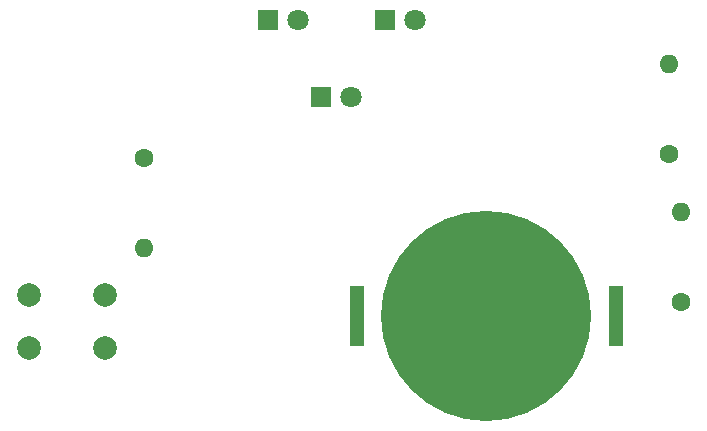
<source format=gbs>
G04 #@! TF.GenerationSoftware,KiCad,Pcbnew,8.0.6*
G04 #@! TF.CreationDate,2025-05-21T14:19:44-04:00*
G04 #@! TF.ProjectId,DJUNGELSKOG Keychain,444a554e-4745-44c5-934b-4f47204b6579,rev?*
G04 #@! TF.SameCoordinates,Original*
G04 #@! TF.FileFunction,Soldermask,Bot*
G04 #@! TF.FilePolarity,Negative*
%FSLAX46Y46*%
G04 Gerber Fmt 4.6, Leading zero omitted, Abs format (unit mm)*
G04 Created by KiCad (PCBNEW 8.0.6) date 2025-05-21 14:19:44*
%MOMM*%
%LPD*%
G01*
G04 APERTURE LIST*
%ADD10R,1.800000X1.800000*%
%ADD11C,1.800000*%
%ADD12C,2.000000*%
%ADD13C,1.600000*%
%ADD14O,1.600000X1.600000*%
%ADD15R,1.270000X5.080000*%
%ADD16C,17.800000*%
G04 APERTURE END LIST*
D10*
G04 #@! TO.C,D2*
X137960000Y-101500000D03*
D11*
X140500000Y-101500000D03*
G04 #@! TD*
D10*
G04 #@! TO.C,.*
X133500000Y-95000000D03*
D11*
X136040000Y-95000000D03*
G04 #@! TD*
D10*
G04 #@! TO.C,.*
X143460000Y-95000000D03*
D11*
X146000000Y-95000000D03*
G04 #@! TD*
D12*
G04 #@! TO.C,SW1*
X119750000Y-118250000D03*
X113250000Y-118250000D03*
X119750000Y-122750000D03*
X113250000Y-122750000D03*
G04 #@! TD*
D13*
G04 #@! TO.C,R1*
X123000000Y-106690000D03*
D14*
X123000000Y-114310000D03*
G04 #@! TD*
D13*
G04 #@! TO.C,R2*
X168500000Y-118810000D03*
D14*
X168500000Y-111190000D03*
G04 #@! TD*
D13*
G04 #@! TO.C,R3*
X167500000Y-106310000D03*
D14*
X167500000Y-98690000D03*
G04 #@! TD*
D15*
G04 #@! TO.C,BT1*
X162985000Y-120000000D03*
X141015000Y-120000000D03*
D16*
X152000000Y-120000000D03*
G04 #@! TD*
M02*

</source>
